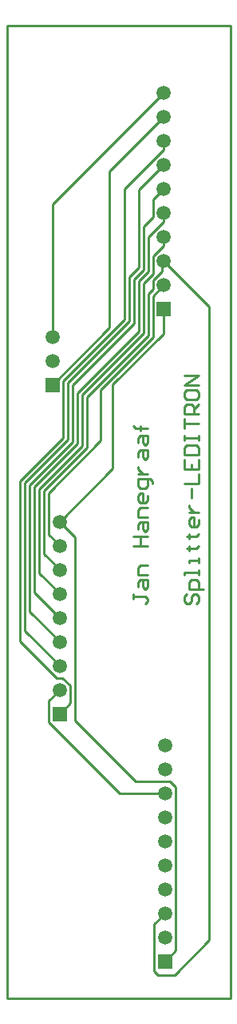
<source format=gtl>
G04*
G04 #@! TF.GenerationSoftware,Altium Limited,Altium Designer,21.1.1 (26)*
G04*
G04 Layer_Physical_Order=1*
G04 Layer_Color=255*
%FSLAX25Y25*%
%MOIN*%
G70*
G04*
G04 #@! TF.SameCoordinates,66226772-4804-48D1-9218-E6406643AD96*
G04*
G04*
G04 #@! TF.FilePolarity,Positive*
G04*
G01*
G75*
%ADD11C,0.01000*%
%ADD14C,0.05906*%
%ADD15R,0.05906X0.05906*%
D11*
X98000Y98500D02*
X191500D01*
X98000Y503500D02*
X191500D01*
Y98500D02*
Y503500D01*
X98000Y98500D02*
Y503500D01*
X147047Y381219D02*
Y435444D01*
X131453Y327715D02*
Y348925D01*
X125453Y353968D02*
X151047Y379562D01*
X163500Y375316D02*
Y385600D01*
X161000Y108200D02*
X168000D01*
X140828Y377828D02*
Y442928D01*
X121453Y355624D02*
X147047Y381219D01*
X159500Y129500D02*
X164000Y134000D01*
X129453Y349754D02*
X155047Y375348D01*
X149047Y380390D02*
Y398959D01*
X159500Y109700D02*
X161000Y108200D01*
X131453Y348925D02*
X157047Y374520D01*
X159047Y373692D02*
Y390927D01*
X129453Y328544D02*
Y349754D01*
X182500Y122700D02*
Y386600D01*
X117000Y354000D02*
X140828Y377828D01*
X151047Y379562D02*
Y397930D01*
X142219Y319219D02*
Y354035D01*
X153047Y376177D02*
Y397101D01*
X142219Y354035D02*
X163500Y375316D01*
Y405600D02*
X182500Y386600D01*
X155047Y375348D02*
Y396273D01*
X159500Y109700D02*
Y129500D01*
X123453Y354796D02*
X149047Y380390D01*
X127453Y329372D02*
Y350582D01*
X137297Y330731D02*
Y351942D01*
X127453Y350582D02*
X153047Y376177D01*
X168000Y108200D02*
X182500Y122700D01*
X137297Y351942D02*
X159047Y373692D01*
X120000Y217000D02*
X124453Y221453D01*
Y228844D01*
X121297Y232000D02*
X124453Y228844D01*
X118703Y232000D02*
X121297D01*
X103547Y247156D02*
X118703Y232000D01*
X103547Y247156D02*
Y313952D01*
X121453Y331857D01*
Y355624D01*
X147047Y435444D02*
X163500Y451897D01*
Y455600D01*
X120000Y297000D02*
X126500Y290500D01*
Y214300D02*
Y290500D01*
Y214300D02*
X151800Y189000D01*
X166000D01*
X168500Y186500D01*
Y118500D02*
Y186500D01*
X164000Y114000D02*
X168500Y118500D01*
X140828Y442928D02*
X163500Y465600D01*
X120000Y287000D02*
Y287220D01*
X115547Y291673D02*
X120000Y287220D01*
X115547Y291673D02*
Y308981D01*
X137297Y330731D01*
X159047Y390927D02*
X163500Y395380D01*
Y395600D01*
X120000Y237000D02*
Y237220D01*
X105547Y251673D02*
X120000Y237220D01*
X105547Y251673D02*
Y313124D01*
X123453Y331029D01*
Y354796D01*
X149047Y398959D02*
X153047Y402959D01*
Y435147D01*
X163500Y445600D01*
X120000Y267000D02*
Y267220D01*
X111547Y275673D02*
X120000Y267220D01*
X111547Y275673D02*
Y310638D01*
X129453Y328544D01*
X155047Y396273D02*
X159047Y400273D01*
Y407444D01*
X163500Y411897D01*
Y415600D01*
X109547Y267453D02*
X120000Y257000D01*
X109547Y267453D02*
Y311467D01*
X127453Y329372D01*
X153047Y397101D02*
X157047Y401101D01*
Y415444D01*
X163500Y421897D01*
Y425600D01*
X120000Y297000D02*
X142219Y319219D01*
X120000Y277000D02*
Y277220D01*
X113547Y283673D02*
X120000Y277220D01*
X113547Y283673D02*
Y309810D01*
X131453Y327715D01*
X157047Y374520D02*
Y391756D01*
X159047Y393756D01*
Y397444D01*
X162750Y401147D01*
Y404850D01*
X163500Y405600D01*
X120000Y247000D02*
Y247220D01*
X107547Y259673D02*
X120000Y247220D01*
X107547Y259673D02*
Y312295D01*
X125453Y330201D01*
Y353968D01*
X151047Y397930D02*
X155047Y401930D01*
Y419756D01*
X159047Y423756D01*
Y431147D01*
X163500Y435600D01*
X144973Y184000D02*
X164000D01*
X115547Y213426D02*
X144973Y184000D01*
X115547Y213426D02*
Y222547D01*
X120000Y227000D01*
X117000Y374000D02*
Y429100D01*
X163500Y475600D01*
X150808Y266999D02*
Y264999D01*
Y265999D01*
X155806D01*
X156806Y264999D01*
Y264000D01*
X155806Y263000D01*
X152807Y269998D02*
Y271997D01*
X153807Y272997D01*
X156806D01*
Y269998D01*
X155806Y268998D01*
X154807Y269998D01*
Y272997D01*
X156806Y274996D02*
X152807D01*
Y277995D01*
X153807Y278995D01*
X156806D01*
X150808Y286992D02*
X156806D01*
X153807D01*
Y290991D01*
X150808D01*
X156806D01*
X152807Y293990D02*
Y295989D01*
X153807Y296989D01*
X156806D01*
Y293990D01*
X155806Y292990D01*
X154807Y293990D01*
Y296989D01*
X156806Y298988D02*
X152807D01*
Y301987D01*
X153807Y302987D01*
X156806D01*
Y307985D02*
Y305986D01*
X155806Y304986D01*
X153807D01*
X152807Y305986D01*
Y307985D01*
X153807Y308985D01*
X154807D01*
Y304986D01*
X158805Y312984D02*
Y313983D01*
X157806Y314983D01*
X152807D01*
Y311984D01*
X153807Y310984D01*
X155806D01*
X156806Y311984D01*
Y314983D01*
X152807Y316983D02*
X156806D01*
X154807D01*
X153807Y317982D01*
X152807Y318982D01*
Y319982D01*
Y323980D02*
Y325980D01*
X153807Y326979D01*
X156806D01*
Y323980D01*
X155806Y322981D01*
X154807Y323980D01*
Y326979D01*
X152807Y329978D02*
Y331978D01*
X153807Y332977D01*
X156806D01*
Y329978D01*
X155806Y328979D01*
X154807Y329978D01*
Y332977D01*
X156806Y335976D02*
X151808D01*
X153807D01*
Y334977D01*
Y336976D01*
Y335976D01*
X151808D01*
X150808Y336976D01*
X173002Y266999D02*
X172003Y265999D01*
Y264000D01*
X173002Y263000D01*
X174002D01*
X175002Y264000D01*
Y265999D01*
X176001Y266999D01*
X177001D01*
X178001Y265999D01*
Y264000D01*
X177001Y263000D01*
X180000Y268998D02*
X174002D01*
Y271997D01*
X175002Y272997D01*
X177001D01*
X178001Y271997D01*
Y268998D01*
Y274996D02*
Y276995D01*
Y275996D01*
X172003D01*
Y274996D01*
X178001Y279995D02*
Y281994D01*
Y280994D01*
X174002D01*
Y279995D01*
X173002Y285993D02*
X174002D01*
Y284993D01*
Y286992D01*
Y285993D01*
X177001D01*
X178001Y286992D01*
X173002Y290991D02*
X174002D01*
Y289991D01*
Y291991D01*
Y290991D01*
X177001D01*
X178001Y291991D01*
Y297989D02*
Y295989D01*
X177001Y294990D01*
X175002D01*
X174002Y295989D01*
Y297989D01*
X175002Y298988D01*
X176001D01*
Y294990D01*
X174002Y300988D02*
X178001D01*
X176001D01*
X175002Y301987D01*
X174002Y302987D01*
Y303987D01*
X175002Y306986D02*
Y310984D01*
X172003Y312984D02*
X178001D01*
Y316983D01*
X172003Y322981D02*
Y318982D01*
X178001D01*
Y322981D01*
X175002Y318982D02*
Y320981D01*
X172003Y324980D02*
X178001D01*
Y327979D01*
X177001Y328979D01*
X173002D01*
X172003Y327979D01*
Y324980D01*
Y330978D02*
Y332977D01*
Y331978D01*
X178001D01*
Y330978D01*
Y332977D01*
X172003Y335976D02*
Y339975D01*
Y337976D01*
X178001D01*
Y341974D02*
X172003D01*
Y344973D01*
X173002Y345973D01*
X175002D01*
X176001Y344973D01*
Y341974D01*
Y343974D02*
X178001Y345973D01*
X172003Y350972D02*
Y348972D01*
X173002Y347972D01*
X177001D01*
X178001Y348972D01*
Y350972D01*
X177001Y351971D01*
X173002D01*
X172003Y350972D01*
X178001Y353971D02*
X172003D01*
X178001Y357969D01*
X172003D01*
D14*
X163500Y405600D02*
D03*
Y475600D02*
D03*
Y465600D02*
D03*
Y455600D02*
D03*
Y445600D02*
D03*
Y435600D02*
D03*
Y425600D02*
D03*
Y415600D02*
D03*
Y395600D02*
D03*
X164000Y134000D02*
D03*
Y204000D02*
D03*
Y194000D02*
D03*
Y184000D02*
D03*
Y174000D02*
D03*
Y164000D02*
D03*
Y154000D02*
D03*
Y144000D02*
D03*
Y124000D02*
D03*
X120000Y237000D02*
D03*
Y247000D02*
D03*
Y257000D02*
D03*
Y267000D02*
D03*
Y277000D02*
D03*
Y287000D02*
D03*
Y297000D02*
D03*
Y227000D02*
D03*
X117000Y364000D02*
D03*
Y374000D02*
D03*
D15*
X163500Y385600D02*
D03*
X164000Y114000D02*
D03*
X120000Y217000D02*
D03*
X117000Y354000D02*
D03*
M02*

</source>
